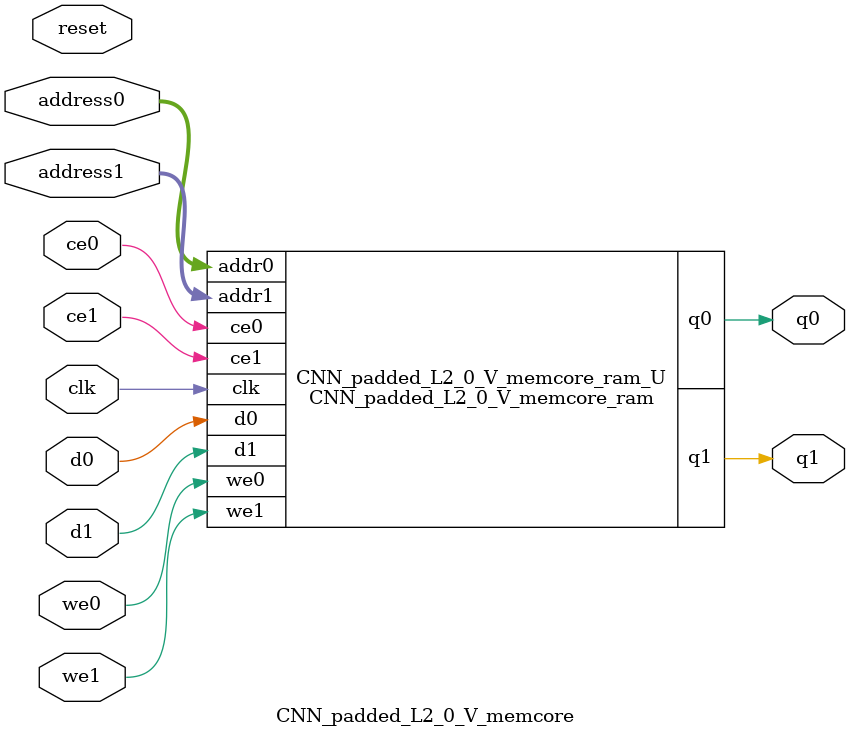
<source format=v>

`timescale 1 ns / 1 ps
module CNN_padded_L2_0_V_memcore_ram (addr0, ce0, d0, we0, q0, addr1, ce1, d1, we1, q1,  clk);

parameter DWIDTH = 1;
parameter AWIDTH = 4;
parameter MEM_SIZE = 16;

input[AWIDTH-1:0] addr0;
input ce0;
input[DWIDTH-1:0] d0;
input we0;
output reg[DWIDTH-1:0] q0;
input[AWIDTH-1:0] addr1;
input ce1;
input[DWIDTH-1:0] d1;
input we1;
output reg[DWIDTH-1:0] q1;
input clk;

(* ram_style = "block" *)reg [DWIDTH-1:0] ram[0:MEM_SIZE-1];




always @(posedge clk)  
begin 
    if (ce0) 
    begin
        if (we0) 
        begin 
            ram[addr0] <= d0; 
            q0 <= d0;
        end 
        else 
            q0 <= ram[addr0];
    end
end


always @(posedge clk)  
begin 
    if (ce1) 
    begin
        if (we1) 
        begin 
            ram[addr1] <= d1; 
            q1 <= d1;
        end 
        else 
            q1 <= ram[addr1];
    end
end


endmodule


`timescale 1 ns / 1 ps
module CNN_padded_L2_0_V_memcore(
    reset,
    clk,
    address0,
    ce0,
    we0,
    d0,
    q0,
    address1,
    ce1,
    we1,
    d1,
    q1);

parameter DataWidth = 32'd1;
parameter AddressRange = 32'd16;
parameter AddressWidth = 32'd4;
input reset;
input clk;
input[AddressWidth - 1:0] address0;
input ce0;
input we0;
input[DataWidth - 1:0] d0;
output[DataWidth - 1:0] q0;
input[AddressWidth - 1:0] address1;
input ce1;
input we1;
input[DataWidth - 1:0] d1;
output[DataWidth - 1:0] q1;



CNN_padded_L2_0_V_memcore_ram CNN_padded_L2_0_V_memcore_ram_U(
    .clk( clk ),
    .addr0( address0 ),
    .ce0( ce0 ),
    .we0( we0 ),
    .d0( d0 ),
    .q0( q0 ),
    .addr1( address1 ),
    .ce1( ce1 ),
    .we1( we1 ),
    .d1( d1 ),
    .q1( q1 ));

endmodule


</source>
